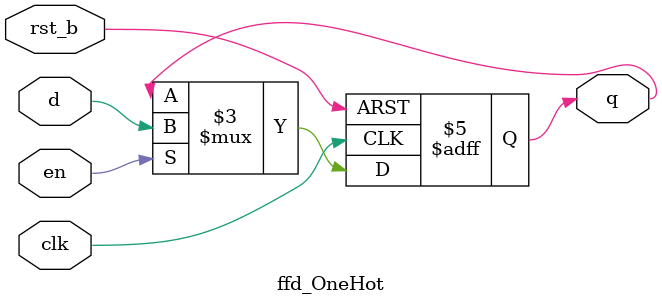
<source format=v>
module ffd_OneHot #(
    parameter reset_val = 1'b0
)(
    input clk, rst_b,
    input en, d,
    output reg q
);
    always @(posedge clk or negedge rst_b)
    begin
        if(!rst_b)
            q <= reset_val;
        else if(en)
            q <= d;
    end
endmodule
</source>
